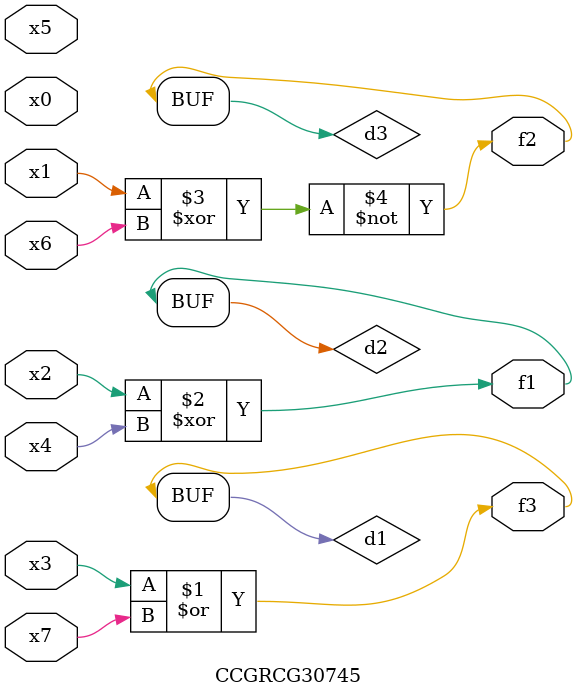
<source format=v>
module CCGRCG30745(
	input x0, x1, x2, x3, x4, x5, x6, x7,
	output f1, f2, f3
);

	wire d1, d2, d3;

	or (d1, x3, x7);
	xor (d2, x2, x4);
	xnor (d3, x1, x6);
	assign f1 = d2;
	assign f2 = d3;
	assign f3 = d1;
endmodule

</source>
